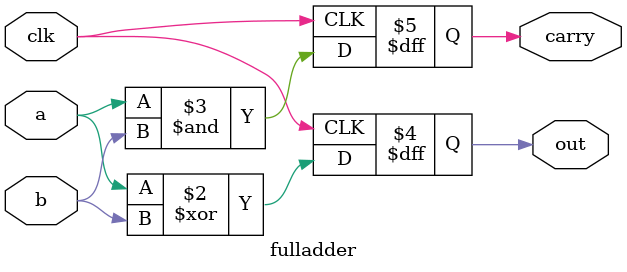
<source format=v>
module fulladder(
  input a,
  input b,
  input clk,
  output reg out,
  output reg carry
);

  always @(posedge clk) begin
    out <= a^b;
    carry <= (a & b);
  end

endmodule
</source>
